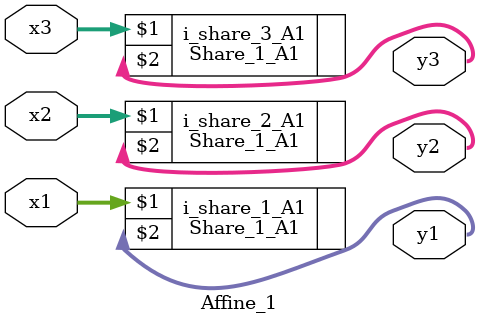
<source format=v>


module Affine_1(
	input wire [3:0] x1,	// one 4-bit input share per A-box
	input wire [3:0] x2,
	input wire [3:0] x3,
	output wire [3:0] y1,	// one 4-bit output share per A-box
	output wire [3:0] y2, 
	output wire [3:0] y3 
);

Share_1_A1 i_share_1_A1 (x1, y1);
Share_1_A1 i_share_2_A1 (x2, y2);
Share_1_A1 i_share_3_A1 (x3, y3);

endmodule 
</source>
